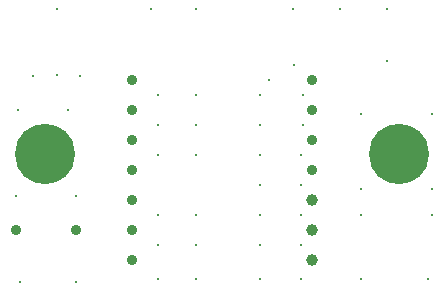
<source format=gbr>
G04 DesignSpark PCB Gerber Version 11.0 Build 5877*
G04 #@! TF.Part,Single*
G04 #@! TF.FilePolarity,Positive*
%FSLAX35Y35*%
%MOIN*%
G04 #@! TA.AperFunction,ViaDrill*
%ADD71C,0.01181*%
G04 #@! TA.AperFunction,ComponentDrill*
%ADD84C,0.03500*%
%ADD22C,0.03543*%
%ADD23C,0.03937*%
G04 #@! TA.AperFunction,MechanicalDrill*
%ADD85C,0.20079*%
G04 #@! TD.AperFunction*
X0Y0D02*
D02*
D71*
X51348Y66348D03*
X51965Y95098D03*
X52598Y37598D03*
X57104Y106348D03*
X64944Y106607D03*
Y128848D03*
X68848Y94875D03*
X71348Y37598D03*
Y66348D03*
X72852Y106348D03*
X96348Y128848D03*
X98848Y38848D03*
Y50098D03*
Y60098D03*
Y80098D03*
Y90098D03*
Y100098D03*
X111348Y38848D03*
Y50098D03*
Y60098D03*
Y80098D03*
Y90098D03*
Y100098D03*
Y128848D03*
X132598Y38848D03*
Y50098D03*
Y60098D03*
Y70098D03*
Y80098D03*
Y90098D03*
Y100098D03*
X135844Y105098D03*
X143848Y128848D03*
X143944Y109976D03*
X146348Y38848D03*
Y50098D03*
Y60098D03*
Y70098D03*
Y80098D03*
X146940Y90098D03*
Y100098D03*
X159545Y128848D03*
X166348Y38848D03*
Y60098D03*
Y68848D03*
Y93848D03*
X175098Y128848D03*
X175145Y111348D03*
X188848Y38848D03*
X190098Y60098D03*
Y68848D03*
Y93848D03*
D02*
D22*
X90098Y45098D03*
Y55098D03*
Y65098D03*
Y75098D03*
Y85098D03*
Y95098D03*
Y105098D03*
X150098Y75098D03*
Y85098D03*
Y95098D03*
Y105098D03*
D02*
D23*
Y45098D03*
Y55098D03*
Y65098D03*
D02*
D84*
X51348Y55098D03*
X71348D03*
D02*
D85*
X61043Y80519D03*
X179154D03*
X0Y0D02*
M02*

</source>
